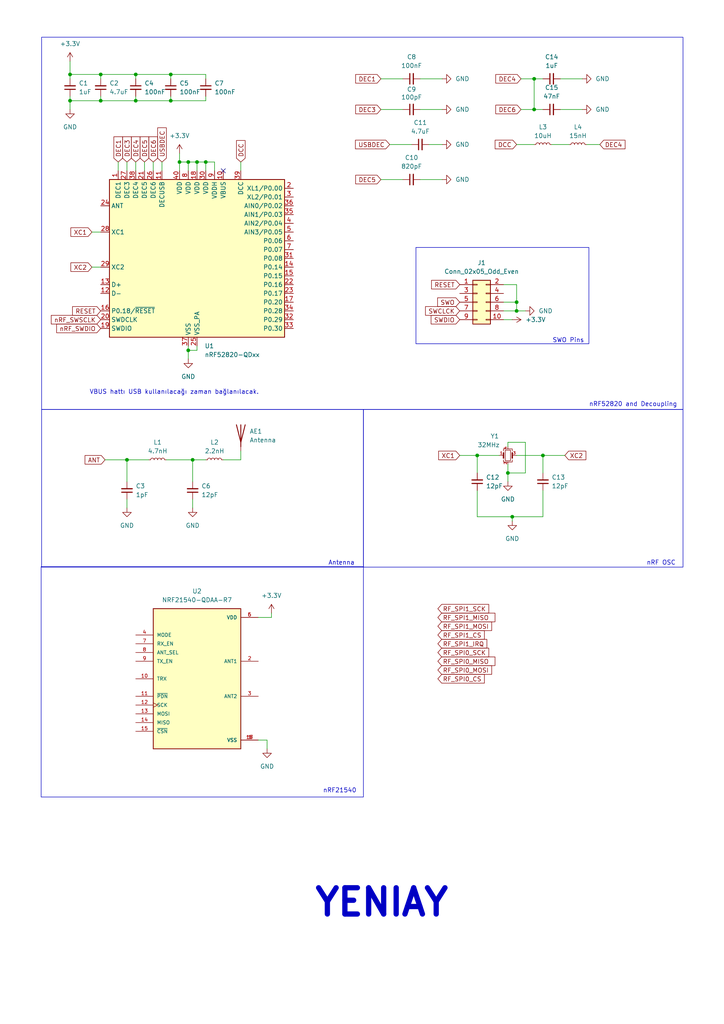
<source format=kicad_sch>
(kicad_sch (version 20231120) (generator "eeschema") (generator_version "8.0")
  (paper "A4" portrait)
  (lib_symbols
    (symbol "Connector_Generic:Conn_02x05_Odd_Even" (pin_names (offset 1.016) hide)
      (property "Reference" "J" (at 1.27 7.62 0))
      (property "Value" "Conn_02x05_Odd_Even" (at 1.27 -7.62 0))
      (symbol "Conn_02x05_Odd_Even_1_1"
        (rectangle (start -1.27 -4.953) (end 0 -5.207) (stroke (width 0.1524)))
        (rectangle (start -1.27 -2.413) (end 0 -2.667) (stroke (width 0.1524)))
        (rectangle (start -1.27 0.127) (end 0 -0.127) (stroke (width 0.1524)))
        (rectangle (start -1.27 2.667) (end 0 2.413) (stroke (width 0.1524)))
        (rectangle (start -1.27 5.207) (end 0 4.953) (stroke (width 0.1524)))
        (rectangle (start -1.27 6.35) (end 3.81 -6.35) (stroke (width 0.254)) (fill (type background)))
        (rectangle (start 3.81 -4.953) (end 2.54 -5.207) (stroke (width 0.1524)))
        (rectangle (start 3.81 -2.413) (end 2.54 -2.667) (stroke (width 0.1524)))
        (rectangle (start 3.81 0.127) (end 2.54 -0.127) (stroke (width 0.1524)))
        (rectangle (start 3.81 2.667) (end 2.54 2.413) (stroke (width 0.1524)))
        (rectangle (start 3.81 5.207) (end 2.54 4.953) (stroke (width 0.1524)))
        (pin passive line (at -5.08 5.08 0) (length 3.81) (name "Pin_1") (number "1"))
        (pin passive line (at 7.62 -5.08 180) (length 3.81) (name "Pin_10") (number "10"))
        (pin passive line (at 7.62 5.08 180) (length 3.81) (name "Pin_2") (number "2"))
        (pin passive line (at -5.08 2.54 0) (length 3.81) (name "Pin_3") (number "3"))
        (pin passive line (at 7.62 2.54 180) (length 3.81) (name "Pin_4") (number "4"))
        (pin passive line (at -5.08 0 0) (length 3.81) (name "Pin_5") (number "5"))
        (pin passive line (at 7.62 0 180) (length 3.81) (name "Pin_6") (number "6"))
        (pin passive line (at -5.08 -2.54 0) (length 3.81) (name "Pin_7") (number "7"))
        (pin passive line (at 7.62 -2.54 180) (length 3.81) (name "Pin_8") (number "8"))
        (pin passive line (at -5.08 -5.08 0) (length 3.81) (name "Pin_9") (number "9"))
      )
    )
    (symbol "Device:Antenna" (pin_numbers hide) (pin_names (offset 1.016) hide)
      (property "Reference" "AE" (at -1.905 1.905 0))
      (property "Value" "Antenna" (at -1.905 0 0))
      (symbol "Antenna_0_1"
        (polyline (pts (xy 0 2.54) (xy 0 -3.81)) (stroke (width 0.254)))
        (polyline (pts (xy 1.27 2.54) (xy 0 -2.54) (xy -1.27 2.54)) (stroke (width 0.254)))
      )
      (symbol "Antenna_1_1"
        (pin input line (at 0 -5.08 90) (length 2.54) (name "A") (number "1"))
      )
    )
    (symbol "Device:C_Small" (pin_numbers hide) (pin_names (offset 0.254) hide)
      (property "Reference" "C" (at 0.254 1.778 0))
      (property "Value" "C_Small" (at 0.254 -2.032 0))
      (symbol "C_Small_0_1"
        (polyline (pts (xy -1.524 -0.508) (xy 1.524 -0.508)) (stroke (width 0.3302)))
        (polyline (pts (xy -1.524 0.508) (xy 1.524 0.508)) (stroke (width 0.3048)))
      )
      (symbol "C_Small_1_1"
        (pin passive line (at 0 2.54 270) (length 2.032) (name "~") (number "1"))
        (pin passive line (at 0 -2.54 90) (length 2.032) (name "~") (number "2"))
      )
    )
    (symbol "Device:Crystal_GND24_Small" (pin_names (offset 1.016) hide)
      (property "Reference" "Y" (at 1.27 4.445 0))
      (property "Value" "Crystal_GND24_Small" (at 1.27 2.54 0))
      (symbol "Crystal_GND24_Small_0_1"
        (rectangle (start -0.762 -1.524) (end 0.762 1.524))
        (polyline (pts (xy -1.27 -0.762) (xy -1.27 0.762)) (stroke (width 0.381)))
        (polyline (pts (xy 1.27 -0.762) (xy 1.27 0.762)) (stroke (width 0.381)))
        (polyline (pts (xy -1.27 -1.27) (xy -1.27 -1.905) (xy 1.27 -1.905) (xy 1.27 -1.27)))
        (polyline (pts (xy -1.27 1.27) (xy -1.27 1.905) (xy 1.27 1.905) (xy 1.27 1.27)))
      )
      (symbol "Crystal_GND24_Small_1_1"
        (pin passive line (at -2.54 0 0) (length 1.27) (name "1") (number "1"))
        (pin passive line (at 0 -2.54 90) (length 0.635) (name "2") (number "2"))
        (pin passive line (at 2.54 0 180) (length 1.27) (name "3") (number "3"))
        (pin passive line (at 0 2.54 270) (length 0.635) (name "4") (number "4"))
      )
    )
    (symbol "Device:L_Small" (pin_numbers hide) (pin_names (offset 0.254) hide)
      (property "Reference" "L" (at 0.762 1.016 0))
      (property "Value" "L_Small" (at 0.762 -1.016 0))
      (symbol "L_Small_0_1"
        (arc (start 0 -2.032) (mid 0.5058 -1.524) (end 0 -1.016))
        (arc (start 0 -1.016) (mid 0.5058 -0.508) (end 0 0))
        (arc (start 0 0) (mid 0.5058 0.508) (end 0 1.016))
        (arc (start 0 1.016) (mid 0.5058 1.524) (end 0 2.032))
      )
      (symbol "L_Small_1_1"
        (pin passive line (at 0 2.54 270) (length 0.508) (name "~") (number "1"))
        (pin passive line (at 0 -2.54 90) (length 0.508) (name "~") (number "2"))
      )
    )
    (symbol "MCU_Nordic:nRF52820-QDxx"
      (property "Reference" "U" (at -2.54 0 0))
      (property "Value" "nRF52820-QDxx" (at -2.54 -2.54 0))
      (symbol "nRF52820-QDxx_0_1"
        (rectangle (start -25.4 22.86) (end 25.4 -22.86) (stroke (width 0.254)) (fill (type background)))
      )
      (symbol "nRF52820-QDxx_1_1"
        (pin passive line (at -22.86 25.4 270) (length 2.54) (name "DEC1") (number "1"))
        (pin power_in line (at 7.62 25.4 270) (length 2.54) (name "VBUS") (number "10"))
        (pin passive line (at -10.16 25.4 270) (length 2.54) (name "DECUSB") (number "11"))
        (pin bidirectional line (at -27.94 -10.16 0) (length 2.54) (name "D-") (number "12"))
        (pin bidirectional line (at -27.94 -7.62 0) (length 2.54) (name "D+") (number "13"))
        (pin bidirectional line (at 27.94 -2.54 180) (length 2.54) (name "P0.14") (number "14"))
        (pin bidirectional line (at 27.94 -5.08 180) (length 2.54) (name "P0.15") (number "15"))
        (pin bidirectional line (at -27.94 -15.24 0) (length 2.54) (name "P0.18/~{RESET}") (number "16"))
        (pin bidirectional line (at 27.94 -12.7 180) (length 2.54) (name "P0.20") (number "17"))
        (pin power_in line (at 0 25.4 270) (length 2.54) (name "VDD") (number "18"))
        (pin bidirectional line (at -27.94 -20.32 0) (length 2.54) (name "SWDIO") (number "19"))
        (pin bidirectional line (at 27.94 20.32 180) (length 2.54) (name "XL1/P0.00") (number "2"))
        (pin input line (at -27.94 -17.78 0) (length 2.54) (name "SWDCLK") (number "20"))
        (pin passive line (at -15.24 25.4 270) (length 2.54) (name "DEC5") (number "21"))
        (pin bidirectional line (at 27.94 -7.62 180) (length 2.54) (name "P0.16") (number "22"))
        (pin bidirectional line (at 27.94 -10.16 180) (length 2.54) (name "P0.17") (number "23"))
        (pin passive line (at -27.94 15.24 0) (length 2.54) (name "ANT") (number "24"))
        (pin power_in line (at 0 -25.4 90) (length 2.54) (name "VSS_PA") (number "25"))
        (pin passive line (at -12.7 25.4 270) (length 2.54) (name "DEC6") (number "26"))
        (pin passive line (at -20.32 25.4 270) (length 2.54) (name "DEC3") (number "27"))
        (pin input line (at -27.94 7.62 0) (length 2.54) (name "XC1") (number "28"))
        (pin input line (at -27.94 -2.54 0) (length 2.54) (name "XC2") (number "29"))
        (pin bidirectional line (at 27.94 17.78 180) (length 2.54) (name "XL2/P0.01") (number "3"))
        (pin power_in line (at 2.54 25.4 270) (length 2.54) (name "VDD") (number "30"))
        (pin bidirectional line (at 27.94 0 180) (length 2.54) (name "P0.08") (number "31"))
        (pin bidirectional line (at 27.94 -17.78 180) (length 2.54) (name "P0.29") (number "32"))
        (pin bidirectional line (at 27.94 -20.32 180) (length 2.54) (name "P0.30") (number "33"))
        (pin bidirectional line (at 27.94 -15.24 180) (length 2.54) (name "P0.28") (number "34"))
        (pin bidirectional line (at 27.94 12.7 180) (length 2.54) (name "AIN1/P0.03") (number "35"))
        (pin bidirectional line (at 27.94 15.24 180) (length 2.54) (name "AIN0/P0.02") (number "36"))
        (pin power_in line (at -2.54 -25.4 90) (length 2.54) (name "VSS") (number "37"))
        (pin passive line (at -17.78 25.4 270) (length 2.54) (name "DEC4") (number "38"))
        (pin power_out line (at 12.7 25.4 270) (length 2.54) (name "DCC") (number "39"))
        (pin bidirectional line (at 27.94 10.16 180) (length 2.54) (name "AIN2/P0.04") (number "4"))
        (pin power_in line (at -5.08 25.4 270) (length 2.54) (name "VDD") (number "40"))
        (pin passive line (at -2.54 -25.4 90) (length 2.54) hide (name "VSS") (number "41"))
        (pin bidirectional line (at 27.94 7.62 180) (length 2.54) (name "AIN3/P0.05") (number "5"))
        (pin bidirectional line (at 27.94 5.08 180) (length 2.54) (name "P0.06") (number "6"))
        (pin bidirectional line (at 27.94 2.54 180) (length 2.54) (name "P0.07") (number "7"))
        (pin power_in line (at -2.54 25.4 270) (length 2.54) (name "VDD") (number "8"))
        (pin power_in line (at 5.08 25.4 270) (length 2.54) (name "VDDH") (number "9"))
      )
    )
    (symbol "NRF21540-QDAA-R7:NRF21540-QDAA-R7" (pin_names (offset 1.016))
      (property "Reference" "U" (at -12.7 21.209 0))
      (property "Value" "NRF21540-QDAA-R7" (at -12.7 -22.86 0))
      (symbol "NRF21540-QDAA-R7_0_0"
        (rectangle (start -12.7 -20.32) (end 12.7 20.32) (stroke (width 0.254)) (fill (type background)))
        (pin power_in line (at 17.78 -17.78 180) (length 5.08) (name "VSS") (number "1"))
        (pin bidirectional line (at -17.78 0 0) (length 5.08) (name "TRX") (number "10"))
        (pin input line (at -17.78 -5.08 0) (length 5.08) (name "~{PDN}") (number "11"))
        (pin input clock (at -17.78 -7.62 0) (length 5.08) (name "SCK") (number "12"))
        (pin input line (at -17.78 -10.16 0) (length 5.08) (name "MOSI") (number "13"))
        (pin output line (at -17.78 -12.7 0) (length 5.08) (name "MISO") (number "14"))
        (pin input line (at -17.78 -15.24 0) (length 5.08) (name "~{CSN}") (number "15"))
        (pin power_in line (at 17.78 -17.78 180) (length 5.08) (name "VSS") (number "16"))
        (pin power_in line (at 17.78 -17.78 180) (length 5.08) (name "VSS") (number "17"))
        (pin bidirectional line (at 17.78 5.08 180) (length 5.08) (name "ANT1") (number "2"))
        (pin bidirectional line (at 17.78 -5.08 180) (length 5.08) (name "ANT2") (number "3"))
        (pin input line (at -17.78 12.7 0) (length 5.08) (name "MODE") (number "4"))
        (pin power_in line (at 17.78 17.78 180) (length 5.08) (name "VDD") (number "5"))
        (pin power_in line (at 17.78 17.78 180) (length 5.08) (name "VDD") (number "6"))
        (pin input line (at -17.78 10.16 0) (length 5.08) (name "RX_EN") (number "7"))
        (pin input line (at -17.78 7.62 0) (length 5.08) (name "ANT_SEL") (number "8"))
        (pin input line (at -17.78 5.08 0) (length 5.08) (name "TX_EN") (number "9"))
      )
    )
    (symbol "power:+3.3V" (power) (pin_numbers hide) (pin_names (offset 0) hide)
      (property "Value" "+3.3V" (at 0 3.556 0))
      (symbol "+3.3V_0_1"
        (polyline (pts (xy -0.762 1.27) (xy 0 2.54)))
        (polyline (pts (xy 0 0) (xy 0 2.54)))
        (polyline (pts (xy 0 2.54) (xy 0.762 1.27)))
      )
      (symbol "+3.3V_1_1"
        (pin power_in line (at 0 0 90) (length 0) (name "~") (number "1"))
      )
    )
    (symbol "power:GND" (power) (pin_numbers hide) (pin_names (offset 0) hide)
      (property "Value" "GND" (at 0 -3.81 0))
      (symbol "GND_0_1"
        (polyline (pts (xy 0 0) (xy 0 -1.27) (xy 1.27 -1.27) (xy 0 -2.54) (xy -1.27 -1.27) (xy 0 -1.27)))
      )
      (symbol "GND_1_1"
        (pin power_in line (at 0 0 270) (length 0) (name "~") (number "1"))
      )
    )
  )
  (junction (at 154.94 31.75))
  (junction (at 29.21 21.59))
  (junction (at 138.43 132.08))
  (junction (at 49.53 21.59))
  (junction (at 54.61 101.6))
  (junction (at 149.86 87.63))
  (junction (at 29.21 29.21))
  (junction (at 149.86 90.17))
  (junction (at 55.88 133.35))
  (junction (at 52.07 46.99))
  (junction (at 36.83 133.35))
  (junction (at 157.48 132.08))
  (junction (at 59.69 46.99))
  (junction (at 39.37 29.21))
  (junction (at 39.37 21.59))
  (junction (at 154.94 22.86))
  (junction (at 49.53 29.21))
  (junction (at 54.61 46.99))
  (junction (at 147.32 137.16))
  (junction (at 148.59 149.86))
  (junction (at 20.32 29.21))
  (junction (at 20.32 21.59))
  (junction (at 57.15 46.99))
  (no_connect (at 64.77 49.53))
  (wire (pts (xy 57.15 49.53) (xy 57.15 46.99)))
  (wire (pts (xy 170.18 41.91) (xy 173.99 41.91)))
  (wire (pts (xy 59.69 46.99) (xy 59.69 49.53)))
  (wire (pts (xy 20.32 21.59) (xy 20.32 22.86)))
  (wire (pts (xy 148.59 149.86) (xy 157.48 149.86)))
  (wire (pts (xy 62.23 49.53) (xy 62.23 46.99)))
  (wire (pts (xy 29.21 21.59) (xy 39.37 21.59)))
  (wire (pts (xy 162.56 22.86) (xy 168.91 22.86)))
  (wire (pts (xy 20.32 17.78) (xy 20.32 21.59)))
  (wire (pts (xy 78.74 179.07) (xy 74.93 179.07)))
  (wire (pts (xy 151.13 31.75) (xy 154.94 31.75)))
  (wire (pts (xy 149.86 90.17) (xy 152.4 90.17)))
  (wire (pts (xy 110.49 22.86) (xy 116.84 22.86)))
  (wire (pts (xy 138.43 149.86) (xy 148.59 149.86)))
  (wire (pts (xy 29.21 29.21) (xy 29.21 27.94)))
  (wire (pts (xy 54.61 101.6) (xy 57.15 101.6)))
  (wire (pts (xy 110.49 31.75) (xy 116.84 31.75)))
  (wire (pts (xy 147.32 128.27) (xy 152.4 128.27)))
  (wire (pts (xy 154.94 31.75) (xy 157.48 31.75)))
  (wire (pts (xy 144.78 132.08) (xy 138.43 132.08)))
  (wire (pts (xy 121.92 22.86) (xy 128.27 22.86)))
  (wire (pts (xy 146.05 90.17) (xy 149.86 90.17)))
  (wire (pts (xy 49.53 21.59) (xy 59.69 21.59)))
  (wire (pts (xy 39.37 29.21) (xy 49.53 29.21)))
  (wire (pts (xy 54.61 104.14) (xy 54.61 101.6)))
  (wire (pts (xy 147.32 129.54) (xy 147.32 128.27)))
  (wire (pts (xy 20.32 27.94) (xy 20.32 29.21)))
  (wire (pts (xy 121.92 52.07) (xy 128.27 52.07)))
  (wire (pts (xy 29.21 29.21) (xy 39.37 29.21)))
  (wire (pts (xy 152.4 137.16) (xy 147.32 137.16)))
  (wire (pts (xy 41.91 46.99) (xy 41.91 49.53)))
  (wire (pts (xy 30.48 133.35) (xy 36.83 133.35)))
  (wire (pts (xy 110.49 52.07) (xy 116.84 52.07)))
  (wire (pts (xy 149.86 132.08) (xy 157.48 132.08)))
  (wire (pts (xy 146.05 92.71) (xy 148.59 92.71)))
  (wire (pts (xy 55.88 133.35) (xy 59.69 133.35)))
  (wire (pts (xy 149.86 82.55) (xy 149.86 87.63)))
  (wire (pts (xy 157.48 132.08) (xy 163.83 132.08)))
  (wire (pts (xy 55.88 139.7) (xy 55.88 133.35)))
  (wire (pts (xy 55.88 144.78) (xy 55.88 147.32)))
  (wire (pts (xy 147.32 134.62) (xy 147.32 137.16)))
  (wire (pts (xy 39.37 21.59) (xy 39.37 22.86)))
  (wire (pts (xy 44.45 46.99) (xy 44.45 49.53)))
  (wire (pts (xy 36.83 144.78) (xy 36.83 147.32)))
  (wire (pts (xy 29.21 21.59) (xy 29.21 22.86)))
  (wire (pts (xy 149.86 41.91) (xy 154.94 41.91)))
  (wire (pts (xy 124.46 41.91) (xy 128.27 41.91)))
  (wire (pts (xy 160.02 41.91) (xy 165.1 41.91)))
  (wire (pts (xy 77.47 214.63) (xy 77.47 217.17)))
  (wire (pts (xy 59.69 29.21) (xy 59.69 27.94)))
  (wire (pts (xy 113.03 41.91) (xy 119.38 41.91)))
  (wire (pts (xy 157.48 142.24) (xy 157.48 149.86)))
  (wire (pts (xy 49.53 29.21) (xy 59.69 29.21)))
  (wire (pts (xy 49.53 29.21) (xy 49.53 27.94)))
  (wire (pts (xy 59.69 21.59) (xy 59.69 22.86)))
  (wire (pts (xy 69.85 133.35) (xy 69.85 130.81)))
  (wire (pts (xy 74.93 214.63) (xy 77.47 214.63)))
  (wire (pts (xy 49.53 21.59) (xy 49.53 22.86)))
  (wire (pts (xy 69.85 46.99) (xy 69.85 49.53)))
  (wire (pts (xy 62.23 46.99) (xy 59.69 46.99)))
  (wire (pts (xy 64.77 133.35) (xy 69.85 133.35)))
  (wire (pts (xy 52.07 46.99) (xy 52.07 44.45)))
  (wire (pts (xy 54.61 46.99) (xy 54.61 49.53)))
  (wire (pts (xy 39.37 46.99) (xy 39.37 49.53)))
  (wire (pts (xy 20.32 21.59) (xy 29.21 21.59)))
  (wire (pts (xy 149.86 87.63) (xy 149.86 90.17)))
  (wire (pts (xy 52.07 46.99) (xy 52.07 49.53)))
  (wire (pts (xy 54.61 46.99) (xy 57.15 46.99)))
  (wire (pts (xy 39.37 29.21) (xy 39.37 27.94)))
  (wire (pts (xy 34.29 46.99) (xy 34.29 49.53)))
  (wire (pts (xy 26.67 67.31) (xy 29.21 67.31)))
  (wire (pts (xy 133.35 132.08) (xy 138.43 132.08)))
  (wire (pts (xy 20.32 29.21) (xy 29.21 29.21)))
  (wire (pts (xy 147.32 137.16) (xy 147.32 139.7)))
  (wire (pts (xy 48.26 133.35) (xy 55.88 133.35)))
  (wire (pts (xy 36.83 133.35) (xy 43.18 133.35)))
  (wire (pts (xy 162.56 31.75) (xy 168.91 31.75)))
  (wire (pts (xy 146.05 87.63) (xy 149.86 87.63)))
  (wire (pts (xy 157.48 132.08) (xy 157.48 137.16)))
  (wire (pts (xy 20.32 29.21) (xy 20.32 31.75)))
  (wire (pts (xy 154.94 22.86) (xy 154.94 31.75)))
  (wire (pts (xy 78.74 177.8) (xy 78.74 179.07)))
  (wire (pts (xy 152.4 128.27) (xy 152.4 137.16)))
  (wire (pts (xy 36.83 46.99) (xy 36.83 49.53)))
  (wire (pts (xy 46.99 46.99) (xy 46.99 49.53)))
  (wire (pts (xy 121.92 31.75) (xy 128.27 31.75)))
  (wire (pts (xy 151.13 22.86) (xy 154.94 22.86)))
  (wire (pts (xy 138.43 142.24) (xy 138.43 149.86)))
  (wire (pts (xy 26.67 77.47) (xy 29.21 77.47)))
  (wire (pts (xy 146.05 82.55) (xy 149.86 82.55)))
  (wire (pts (xy 39.37 21.59) (xy 49.53 21.59)))
  (wire (pts (xy 36.83 133.35) (xy 36.83 139.7)))
  (wire (pts (xy 57.15 46.99) (xy 59.69 46.99)))
  (wire (pts (xy 54.61 46.99) (xy 52.07 46.99)))
  (wire (pts (xy 154.94 22.86) (xy 157.48 22.86)))
  (wire (pts (xy 57.15 101.6) (xy 57.15 100.33)))
  (wire (pts (xy 54.61 101.6) (xy 54.61 100.33)))
  (wire (pts (xy 148.59 151.13) (xy 148.59 149.86)))
  (wire (pts (xy 138.43 132.08) (xy 138.43 137.16)))
  (rectangle (start 12.065 118.745) (end 105.41 164.465))
  (rectangle (start 11.938 164.338) (end 105.41 231.14))
  (rectangle (start 105.41 118.745) (end 198.12 164.465))
  (rectangle (start 120.65 71.755) (end 170.815 99.695))
  (rectangle (start 12.065 10.795) (end 198.12 118.745))
  (text "SWO Pins" (at 164.846 98.806 0) (effects (font (size 1.27 1.27))))
  (text "nRF OSC" (at 191.77 163.322 0) (effects (font (size 1.27 1.27))))
  (text "nRF52820 and Decoupling" (at 183.642 117.348 0) (effects (font (size 1.27 1.27))))
  (text "YENIAY" (at 110.744 261.874 0) (effects (font (size 7.62 7.62) (thickness 1.524) (bold yes))))
  (text "Antenna" (at 99.06 163.322 0) (effects (font (size 1.27 1.27))))
  (text "nRF21540" (at 98.552 229.362 0) (effects (font (size 1.27 1.27))))
  (text "VBUS hattı USB kullanılacağı zaman bağlanılacak." (at 50.546 113.792 0) (effects (font (size 1.27 1.27))))
  (global_label "RF_SPI0_SCK" (shape input) (at 127 189.23 0) (property "Intersheetrefs" "${INTERSHEET_REFS}" (effects (hide yes))))
  (global_label "RF_SPI1_IRQ" (shape input) (at 127 186.69 0) (property "Intersheetrefs" "${INTERSHEET_REFS}" (effects (hide yes))))
  (global_label "ANT" (shape input) (at 30.48 133.35 180) (property "Intersheetrefs" "${INTERSHEET_REFS}" (effects (hide yes))))
  (global_label "USBDEC" (shape input) (at 46.99 46.99 90) (property "Intersheetrefs" "${INTERSHEET_REFS}" (effects (hide yes))))
  (global_label "DEC1" (shape input) (at 34.29 46.99 90) (property "Intersheetrefs" "${INTERSHEET_REFS}" (effects (hide yes))))
  (global_label "DEC4" (shape input) (at 39.37 46.99 90) (property "Intersheetrefs" "${INTERSHEET_REFS}" (effects (hide yes))))
  (global_label "DEC6" (shape input) (at 44.45 46.99 90) (property "Intersheetrefs" "${INTERSHEET_REFS}" (effects (hide yes))))
  (global_label "DEC3" (shape input) (at 36.83 46.99 90) (property "Intersheetrefs" "${INTERSHEET_REFS}" (effects (hide yes))))
  (global_label "nRF_SWSCLK" (shape input) (at 29.21 92.71 180) (property "Intersheetrefs" "${INTERSHEET_REFS}" (effects (hide yes))))
  (global_label "RESET" (shape input) (at 133.35 82.55 180) (property "Intersheetrefs" "${INTERSHEET_REFS}" (effects (hide yes))))
  (global_label "DEC1" (shape input) (at 110.49 22.86 180) (property "Intersheetrefs" "${INTERSHEET_REFS}" (effects (hide yes))))
  (global_label "RF_SPI1_MISO " (shape input) (at 127 179.07 0) (property "Intersheetrefs" "${INTERSHEET_REFS}" (effects (hide yes))))
  (global_label "RF_SPI1_SCK" (shape input) (at 127 176.53 0) (property "Intersheetrefs" "${INTERSHEET_REFS}" (effects (hide yes))))
  (global_label "USBDEC" (shape input) (at 113.03 41.91 180) (property "Intersheetrefs" "${INTERSHEET_REFS}" (effects (hide yes))))
  (global_label "XC2" (shape input) (at 26.67 77.47 180) (property "Intersheetrefs" "${INTERSHEET_REFS}" (effects (hide yes))))
  (global_label "DEC4" (shape input) (at 173.99 41.91 0) (property "Intersheetrefs" "${INTERSHEET_REFS}" (effects (hide yes))))
  (global_label "RF_SPI1_MOSI" (shape input) (at 127 181.61 0) (property "Intersheetrefs" "${INTERSHEET_REFS}" (effects (hide yes))))
  (global_label "DEC3" (shape input) (at 110.49 31.75 180) (property "Intersheetrefs" "${INTERSHEET_REFS}" (effects (hide yes))))
  (global_label "RESET" (shape input) (at 29.21 90.17 180) (property "Intersheetrefs" "${INTERSHEET_REFS}" (effects (hide yes))))
  (global_label "RF_SPI1_CS" (shape input) (at 127 184.15 0) (property "Intersheetrefs" "${INTERSHEET_REFS}" (effects (hide yes))))
  (global_label "XC2" (shape input) (at 163.83 132.08 0) (property "Intersheetrefs" "${INTERSHEET_REFS}" (effects (hide yes))))
  (global_label "SWO" (shape input) (at 133.35 87.63 180) (property "Intersheetrefs" "${INTERSHEET_REFS}" (effects (hide yes))))
  (global_label "RF_SPI0_MOSI" (shape input) (at 127 194.31 0) (property "Intersheetrefs" "${INTERSHEET_REFS}" (effects (hide yes))))
  (global_label "DCC" (shape input) (at 69.85 46.99 90) (property "Intersheetrefs" "${INTERSHEET_REFS}" (effects (hide yes))))
  (global_label "SWDIO" (shape input) (at 133.35 92.71 180) (property "Intersheetrefs" "${INTERSHEET_REFS}" (effects (hide yes))))
  (global_label "DEC5" (shape input) (at 41.91 46.99 90) (property "Intersheetrefs" "${INTERSHEET_REFS}" (effects (hide yes))))
  (global_label "RF_SPI0_MISO " (shape input) (at 127 191.77 0) (property "Intersheetrefs" "${INTERSHEET_REFS}" (effects (hide yes))))
  (global_label "XC1" (shape input) (at 133.35 132.08 180) (property "Intersheetrefs" "${INTERSHEET_REFS}" (effects (hide yes))))
  (global_label "DCC" (shape input) (at 149.86 41.91 180) (property "Intersheetrefs" "${INTERSHEET_REFS}" (effects (hide yes))))
  (global_label "XC1" (shape input) (at 26.67 67.31 180) (property "Intersheetrefs" "${INTERSHEET_REFS}" (effects (hide yes))))
  (global_label "DEC6" (shape input) (at 151.13 31.75 180) (property "Intersheetrefs" "${INTERSHEET_REFS}" (effects (hide yes))))
  (global_label "nRF_SWDIO" (shape input) (at 29.21 95.25 180) (property "Intersheetrefs" "${INTERSHEET_REFS}" (effects (hide yes))))
  (global_label "DEC5" (shape input) (at 110.49 52.07 180) (property "Intersheetrefs" "${INTERSHEET_REFS}" (effects (hide yes))))
  (global_label "DEC4" (shape input) (at 151.13 22.86 180) (property "Intersheetrefs" "${INTERSHEET_REFS}" (effects (hide yes))))
  (global_label "SWCLCK" (shape input) (at 133.35 90.17 180) (property "Intersheetrefs" "${INTERSHEET_REFS}" (effects (hide yes))))
  (global_label "RF_SPI0_CS" (shape input) (at 127 196.85 0) (property "Intersheetrefs" "${INTERSHEET_REFS}" (effects (hide yes))))
  (symbol (lib_id "MCU_Nordic:nRF52820-QDxx") (at 57.15 74.93 0) (unit 1)
    (property "Reference" "U1" (at 59.3441 100.33 0) (effects (justify left)))
    (property "Value" "nRF52820-QDxx" (at 59.3441 102.87 0) (effects (justify left)))
    (property "Footprint" "Package_DFN_QFN:QFN-40-1EP_5x5mm_P0.4mm_EP3.6x3.6mm" (effects (hide yes)))
    (property "Datasheet" "https://infocenter.nordicsemi.com/pdf/nRF52820_PS_v1.0.pdf" (effects (hide yes)))
    (property "Description" "Multiprotocol BLE/ANT/2.4 GHz/802.15.4 Cortex-M4 SoC, QFN-40" (effects (hide yes)))
  )
  (symbol (lib_id "Device:C_Small") (at 49.53 25.4 0) (unit 1)
    (property "Reference" "C5" (at 52.07 24.1362 0) (effects (justify left)))
    (property "Value" "100nF" (at 52.07 26.6762 0) (effects (justify left)))
    (property "Description" "Unpolarized capacitor, small symbol" (effects (hide yes)))
  )
  (symbol (lib_id "power:GND") (at 168.91 31.75 90) (unit 1)
    (property "Reference" "#PWR018" (effects (hide yes)))
    (property "Value" "GND" (at 172.72 31.7499 90) (effects (justify right)))
    (property "Description" "Power symbol creates a global label with name \"GND\" , ground" (effects (hide yes)))
  )
  (symbol (lib_id "NRF21540-QDAA-R7:NRF21540-QDAA-R7") (at 57.15 196.85 0) (unit 1)
    (property "Reference" "U2" (at 57.15 171.45 0))
    (property "Value" "NRF21540-QDAA-R7" (at 57.15 173.99 0))
    (property "Footprint" "nRF21540:QFN65P400X400X95-17N" (effects (hide yes)))
    (property "B_NOM" "0.3" (effects (hide yes)))
    (property "PIN_COUNT_D" "4.0" (effects (hide yes)))
    (property "B_MIN" "0.25" (effects (hide yes)))
    (property "Check_prices" "https://www.snapeda.com/parts/nRF21540-QDAA-R7/Nordic+Power/view-part/?ref=eda" (effects (hide yes)))
    (property "B_MAX" "0.35" (effects (hide yes)))
    (property "Description_1" "\n                        \n                            RF Front End 2.36GHz ~ 2.5GHz 802.15.4, Bluetooth, Zigbee® 16-QFN (4x4)\n                        \n" (effects (hide yes)))
    (property "Price" "None" (effects (hide yes)))
    (property "ENOM" "0.65" (effects (hide yes)))
    (property "D_NOM" "4.0" (effects (hide yes)))
    (property "D_MAX" "4.0" (effects (hide yes)))
    (property "L_MAX" "0.45" (effects (hide yes)))
    (property "A_MAX" "0.95" (effects (hide yes)))
    (property "Package" "None" (effects (hide yes)))
    (property "E2_NOM" "2.65" (effects (hide yes)))
    (property "D2_NOM" "2.65" (effects (hide yes)))
    (property "PARTREV" "1.0" (effects (hide yes)))
    (property "SnapEDA_Link" "https://www.snapeda.com/parts/nRF21540-QDAA-R7/Nordic+Power/view-part/?ref=snap" (effects (hide yes)))
    (property "E_NOM" "4.0" (effects (hide yes)))
    (property "STANDARD" "IPC 7351B" (effects (hide yes)))
    (property "L_NOM" "0.4" (effects (hide yes)))
    (property "MANUFACTURER" "Nordic Semiconductor" (effects (hide yes)))
    (property "MF" "Nordic Semiconductor" (effects (hide yes)))
    (property "PIN_COUNT_E" "4.0" (effects (hide yes)))
    (property "E_MIN" "4.0" (effects (hide yes)))
    (property "D_MIN" "4.0" (effects (hide yes)))
    (property "MP" "nRF21540-QDAA-R7" (effects (hide yes)))
    (property "L_MIN" "0.35" (effects (hide yes)))
    (property "Availability" "In Stock" (effects (hide yes)))
    (property "E_MAX" "4.0" (effects (hide yes)))
  )
  (symbol (lib_id "Device:C_Small") (at 121.92 41.91 90) (unit 1)
    (property "Reference" "C11" (at 121.9263 35.56 90))
    (property "Value" "4.7uF" (at 121.9263 38.1 90))
    (property "Description" "Unpolarized capacitor, small symbol" (effects (hide yes)))
  )
  (symbol (lib_id "Device:L_Small") (at 62.23 133.35 90) (unit 1)
    (property "Reference" "L2" (at 62.23 128.27 90))
    (property "Value" "2.2nH" (at 62.23 130.81 90))
    (property "Description" "Inductor, small symbol" (effects (hide yes)))
  )
  (symbol (lib_id "power:GND") (at 128.27 41.91 90) (unit 1)
    (property "Reference" "#PWR011" (effects (hide yes)))
    (property "Value" "GND" (at 132.08 41.9099 90) (effects (justify right)))
    (property "Description" "Power symbol creates a global label with name \"GND\" , ground" (effects (hide yes)))
  )
  (symbol (lib_id "power:GND") (at 128.27 31.75 90) (unit 1)
    (property "Reference" "#PWR010" (effects (hide yes)))
    (property "Value" "GND" (at 132.08 31.7499 90) (effects (justify right)))
    (property "Description" "Power symbol creates a global label with name \"GND\" , ground" (effects (hide yes)))
  )
  (symbol (lib_id "power:GND") (at 128.27 52.07 90) (unit 1)
    (property "Reference" "#PWR012" (effects (hide yes)))
    (property "Value" "GND" (at 132.08 52.0699 90) (effects (justify right)))
    (property "Description" "Power symbol creates a global label with name \"GND\" , ground" (effects (hide yes)))
  )
  (symbol (lib_id "Device:C_Small") (at 160.02 22.86 90) (unit 1)
    (property "Reference" "C14" (at 160.0263 16.51 90))
    (property "Value" "1uF" (at 160.0263 19.05 90))
    (property "Description" "Unpolarized capacitor, small symbol" (effects (hide yes)))
  )
  (symbol (lib_id "Device:C_Small") (at 59.69 25.4 0) (unit 1)
    (property "Reference" "C7" (at 62.23 24.1362 0) (effects (justify left)))
    (property "Value" "100nF" (at 62.23 26.6762 0) (effects (justify left)))
    (property "Description" "Unpolarized capacitor, small symbol" (effects (hide yes)))
  )
  (symbol (lib_id "power:GND") (at 148.59 151.13 0) (unit 1)
    (property "Reference" "#PWR015" (effects (hide yes)))
    (property "Value" "GND" (at 148.59 156.21 0))
    (property "Description" "Power symbol creates a global label with name \"GND\" , ground" (effects (hide yes)))
  )
  (symbol (lib_id "power:GND") (at 128.27 22.86 90) (unit 1)
    (property "Reference" "#PWR09" (effects (hide yes)))
    (property "Value" "GND" (at 132.08 22.8599 90) (effects (justify right)))
    (property "Description" "Power symbol creates a global label with name \"GND\" , ground" (effects (hide yes)))
  )
  (symbol (lib_id "Device:C_Small") (at 160.02 31.75 90) (unit 1)
    (property "Reference" "C15" (at 160.0263 25.4 90))
    (property "Value" "47nF" (at 160.0263 27.94 90))
    (property "Description" "Unpolarized capacitor, small symbol" (effects (hide yes)))
  )
  (symbol (lib_id "Device:L_Small") (at 45.72 133.35 90) (unit 1)
    (property "Reference" "L1" (at 45.72 128.27 90))
    (property "Value" "4.7nH" (at 45.72 130.81 90))
    (property "Description" "Inductor, small symbol" (effects (hide yes)))
  )
  (symbol (lib_id "Device:Antenna") (at 69.85 125.73 0) (unit 1)
    (property "Reference" "AE1" (at 72.39 125.0949 0) (effects (justify left)))
    (property "Value" "Antenna" (at 72.39 127.6349 0) (effects (justify left)))
    (property "Description" "Antenna" (effects (hide yes)))
  )
  (symbol (lib_id "Connector_Generic:Conn_02x05_Odd_Even") (at 138.43 87.63 0) (unit 1)
    (property "Reference" "J1" (at 139.7 76.2 0))
    (property "Value" "Conn_02x05_Odd_Even" (at 139.7 78.74 0))
    (property "Description" "Generic connector, double row, 02x05, odd/even pin numbering scheme (row 1 odd numbers, row 2 even numbers), script generated (kicad-library-utils/schlib/autogen/connector/)" (effects (hide yes)))
  )
  (symbol (lib_id "Device:C_Small") (at 157.48 139.7 180) (unit 1)
    (property "Reference" "C13" (at 160.02 138.4235 0) (effects (justify right)))
    (property "Value" "12pF" (at 160.02 140.9635 0) (effects (justify right)))
    (property "Description" "Unpolarized capacitor, small symbol" (effects (hide yes)))
  )
  (symbol (lib_id "Device:C_Small") (at 36.83 142.24 180) (unit 1)
    (property "Reference" "C3" (at 39.37 140.9635 0) (effects (justify right)))
    (property "Value" "1pF" (at 39.37 143.5035 0) (effects (justify right)))
    (property "Description" "Unpolarized capacitor, small symbol" (effects (hide yes)))
  )
  (symbol (lib_id "power:GND") (at 147.32 139.7 0) (unit 1)
    (property "Reference" "#PWR013" (effects (hide yes)))
    (property "Value" "GND" (at 147.32 144.78 0))
    (property "Description" "Power symbol creates a global label with name \"GND\" , ground" (effects (hide yes)))
  )
  (symbol (lib_id "Device:C_Small") (at 29.21 25.4 180) (unit 1)
    (property "Reference" "C2" (at 31.75 24.1235 0) (effects (justify right)))
    (property "Value" "4.7uF" (at 31.75 26.6635 0) (effects (justify right)))
    (property "Description" "Unpolarized capacitor, small symbol" (effects (hide yes)))
  )
  (symbol (lib_id "power:GND") (at 77.47 217.17 0) (unit 1)
    (property "Reference" "#PWR07" (effects (hide yes)))
    (property "Value" "GND" (at 77.47 222.25 0))
    (property "Description" "Power symbol creates a global label with name \"GND\" , ground" (effects (hide yes)))
  )
  (symbol (lib_id "power:GND") (at 55.88 147.32 0) (unit 1)
    (property "Reference" "#PWR06" (effects (hide yes)))
    (property "Value" "GND" (at 55.88 152.4 0))
    (property "Description" "Power symbol creates a global label with name \"GND\" , ground" (effects (hide yes)))
  )
  (symbol (lib_id "power:+3.3V") (at 20.32 17.78 0) (unit 1)
    (property "Reference" "#PWR01" (effects (hide yes)))
    (property "Value" "+3.3V" (at 20.32 12.7 0))
    (property "Description" "Power symbol creates a global label with name \"+3.3V\"" (effects (hide yes)))
  )
  (symbol (lib_id "power:GND") (at 20.32 31.75 0) (unit 1)
    (property "Reference" "#PWR02" (effects (hide yes)))
    (property "Value" "GND" (at 20.32 36.83 0))
    (property "Description" "Power symbol creates a global label with name \"GND\" , ground" (effects (hide yes)))
  )
  (symbol (lib_id "power:GND") (at 36.83 147.32 0) (unit 1)
    (property "Reference" "#PWR03" (effects (hide yes)))
    (property "Value" "GND" (at 36.83 152.4 0))
    (property "Description" "Power symbol creates a global label with name \"GND\" , ground" (effects (hide yes)))
  )
  (symbol (lib_id "Device:C_Small") (at 20.32 25.4 180) (unit 1)
    (property "Reference" "C1" (at 22.86 24.1235 0) (effects (justify right)))
    (property "Value" "1uF" (at 22.86 26.6635 0) (effects (justify right)))
    (property "Description" "Unpolarized capacitor, small symbol" (effects (hide yes)))
  )
  (symbol (lib_id "Device:C_Small") (at 119.38 31.75 90) (unit 1)
    (property "Reference" "C9" (at 119.38 25.908 90))
    (property "Value" "100pF" (at 119.38 28.194 90))
    (property "Description" "Unpolarized capacitor, small symbol" (effects (hide yes)))
  )
  (symbol (lib_id "power:GND") (at 168.91 22.86 90) (unit 1)
    (property "Reference" "#PWR017" (effects (hide yes)))
    (property "Value" "GND" (at 172.72 22.8599 90) (effects (justify right)))
    (property "Description" "Power symbol creates a global label with name \"GND\" , ground" (effects (hide yes)))
  )
  (symbol (lib_id "Device:C_Small") (at 119.38 52.07 90) (unit 1)
    (property "Reference" "C10" (at 119.3863 45.72 90))
    (property "Value" "820pF" (at 119.3863 48.26 90))
    (property "Description" "Unpolarized capacitor, small symbol" (effects (hide yes)))
  )
  (symbol (lib_id "Device:C_Small") (at 55.88 142.24 180) (unit 1)
    (property "Reference" "C6" (at 58.42 140.9635 0) (effects (justify right)))
    (property "Value" "12pF" (at 58.42 143.5035 0) (effects (justify right)))
    (property "Description" "Unpolarized capacitor, small symbol" (effects (hide yes)))
  )
  (symbol (lib_id "Device:C_Small") (at 119.38 22.86 90) (unit 1)
    (property "Reference" "C8" (at 119.3863 16.51 90))
    (property "Value" "100nF" (at 119.3863 19.05 90))
    (property "Description" "Unpolarized capacitor, small symbol" (effects (hide yes)))
  )
  (symbol (lib_id "Device:C_Small") (at 138.43 139.7 180) (unit 1)
    (property "Reference" "C12" (at 140.97 138.4235 0) (effects (justify right)))
    (property "Value" "12pF" (at 140.97 140.9635 0) (effects (justify right)))
    (property "Description" "Unpolarized capacitor, small symbol" (effects (hide yes)))
  )
  (symbol (lib_id "power:GND") (at 152.4 90.17 90) (unit 1)
    (property "Reference" "#PWR016" (effects (hide yes)))
    (property "Value" "GND" (at 156.21 90.1699 90) (effects (justify right)))
    (property "Description" "Power symbol creates a global label with name \"GND\" , ground" (effects (hide yes)))
  )
  (symbol (lib_id "Device:L_Small") (at 157.48 41.91 90) (unit 1)
    (property "Reference" "L3" (at 157.48 36.83 90))
    (property "Value" "10uH" (at 157.48 39.37 90))
    (property "Description" "Inductor, small symbol" (effects (hide yes)))
  )
  (symbol (lib_id "power:+3.3V") (at 148.59 92.71 270) (unit 1)
    (property "Reference" "#PWR014" (effects (hide yes)))
    (property "Value" "+3.3V" (at 152.4 92.7099 90) (effects (justify left)))
    (property "Description" "Power symbol creates a global label with name \"+3.3V\"" (effects (hide yes)))
  )
  (symbol (lib_id "power:GND") (at 54.61 104.14 0) (unit 1)
    (property "Reference" "#PWR05" (effects (hide yes)))
    (property "Value" "GND" (at 54.61 109.22 0))
    (property "Description" "Power symbol creates a global label with name \"GND\" , ground" (effects (hide yes)))
  )
  (symbol (lib_id "Device:L_Small") (at 167.64 41.91 90) (unit 1)
    (property "Reference" "L4" (at 167.64 36.83 90))
    (property "Value" "15nH" (at 167.64 39.37 90))
    (property "Description" "Inductor, small symbol" (effects (hide yes)))
  )
  (symbol (lib_id "power:+3.3V") (at 52.07 44.45 0) (unit 1)
    (property "Reference" "#PWR04" (effects (hide yes)))
    (property "Value" "+3.3V" (at 52.07 39.37 0))
    (property "Description" "Power symbol creates a global label with name \"+3.3V\"" (effects (hide yes)))
  )
  (symbol (lib_id "power:+3.3V") (at 78.74 177.8 0) (unit 1)
    (property "Reference" "#PWR08" (effects (hide yes)))
    (property "Value" "+3.3V" (at 78.74 172.72 0))
    (property "Description" "Power symbol creates a global label with name \"+3.3V\"" (effects (hide yes)))
  )
  (symbol (lib_id "Device:C_Small") (at 39.37 25.4 0) (unit 1)
    (property "Reference" "C4" (at 41.91 24.1362 0) (effects (justify left)))
    (property "Value" "100nF" (at 41.91 26.6762 0) (effects (justify left)))
    (property "Description" "Unpolarized capacitor, small symbol" (effects (hide yes)))
  )
  (symbol (lib_id "Device:Crystal_GND24_Small") (at 147.32 132.08 0) (unit 1)
    (property "Reference" "Y1" (at 143.51 126.492 0))
    (property "Value" "32MHz" (at 141.732 129.032 0))
    (property "Description" "Four pin crystal, GND on pins 2 and 4, small symbol" (effects (hide yes)))
  )
)
</source>
